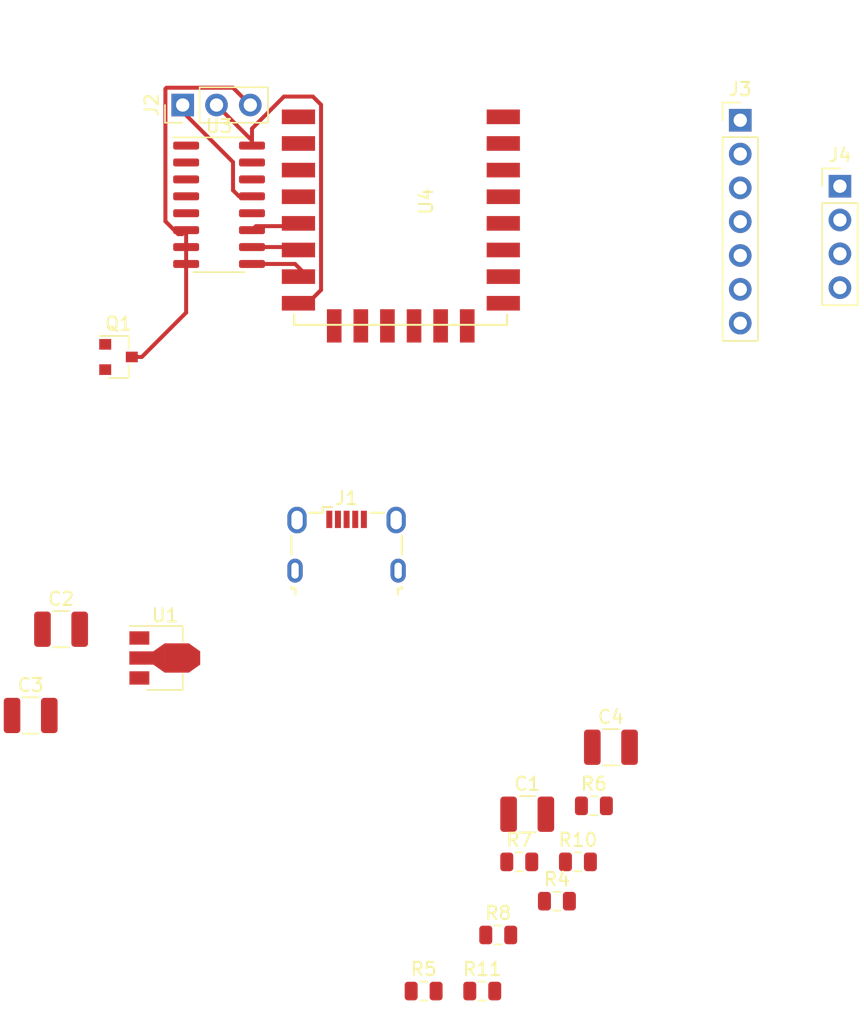
<source format=kicad_pcb>
(kicad_pcb (version 20171130) (host pcbnew 5.1.5-52549c5~84~ubuntu18.04.1)

  (general
    (thickness 1.6)
    (drawings 0)
    (tracks 33)
    (zones 0)
    (modules 19)
    (nets 39)
  )

  (page User 154.991 102.006)
  (layers
    (0 F.Cu signal)
    (31 B.Cu signal)
    (32 B.Adhes user)
    (33 F.Adhes user)
    (34 B.Paste user)
    (35 F.Paste user)
    (36 B.SilkS user)
    (37 F.SilkS user)
    (38 B.Mask user)
    (39 F.Mask user)
    (40 Dwgs.User user)
    (41 Cmts.User user)
    (42 Eco1.User user)
    (43 Eco2.User user)
    (44 Edge.Cuts user)
    (45 Margin user)
    (46 B.CrtYd user)
    (47 F.CrtYd user)
    (48 B.Fab user)
    (49 F.Fab user)
  )

  (setup
    (last_trace_width 0.3)
    (user_trace_width 0.3)
    (user_trace_width 0.5)
    (trace_clearance 0.3)
    (zone_clearance 0.508)
    (zone_45_only no)
    (trace_min 0.2)
    (via_size 1)
    (via_drill 0.8)
    (via_min_size 0.4)
    (via_min_drill 0.3)
    (uvia_size 0.3)
    (uvia_drill 0.1)
    (uvias_allowed no)
    (uvia_min_size 0.2)
    (uvia_min_drill 0.1)
    (edge_width 0.05)
    (segment_width 0.2)
    (pcb_text_width 0.3)
    (pcb_text_size 1.5 1.5)
    (mod_edge_width 0.12)
    (mod_text_size 1 1)
    (mod_text_width 0.15)
    (pad_size 1.7 1.7)
    (pad_drill 1)
    (pad_to_mask_clearance 0.051)
    (solder_mask_min_width 0.25)
    (aux_axis_origin 0 0)
    (visible_elements FFFFFF7F)
    (pcbplotparams
      (layerselection 0x010fc_ffffffff)
      (usegerberextensions false)
      (usegerberattributes false)
      (usegerberadvancedattributes false)
      (creategerberjobfile false)
      (excludeedgelayer true)
      (linewidth 0.100000)
      (plotframeref false)
      (viasonmask false)
      (mode 1)
      (useauxorigin false)
      (hpglpennumber 1)
      (hpglpenspeed 20)
      (hpglpendiameter 15.000000)
      (psnegative false)
      (psa4output false)
      (plotreference true)
      (plotvalue true)
      (plotinvisibletext false)
      (padsonsilk false)
      (subtractmaskfromsilk false)
      (outputformat 1)
      (mirror false)
      (drillshape 1)
      (scaleselection 1)
      (outputdirectory ""))
  )

  (net 0 "")
  (net 1 "Net-(C1-Pad1)")
  (net 2 GND)
  (net 3 "Net-(J1-Pad2)")
  (net 4 "Net-(J1-Pad3)")
  (net 5 "Net-(J1-Pad4)")
  (net 6 VCC)
  (net 7 "Net-(Q1-Pad1)")
  (net 8 GNDS)
  (net 9 /DTR)
  (net 10 /RX)
  (net 11 /TX)
  (net 12 /RTS)
  (net 13 /MOSFET)
  (net 14 "Net-(J2-Pad1)")
  (net 15 "Net-(J3-Pad5)")
  (net 16 "Net-(J4-Pad1)")
  (net 17 "Net-(J4-Pad2)")
  (net 18 "Net-(R6-Pad2)")
  (net 19 "Net-(R10-Pad2)")
  (net 20 "Net-(R8-Pad1)")
  (net 21 "Net-(R10-Pad1)")
  (net 22 "Net-(R11-Pad1)")
  (net 23 "Net-(U3-Pad11)")
  (net 24 "Net-(U3-Pad10)")
  (net 25 "Net-(U3-Pad9)")
  (net 26 "Net-(U4-Pad17)")
  (net 27 "Net-(U4-Pad18)")
  (net 28 "Net-(U4-Pad19)")
  (net 29 "Net-(U4-Pad20)")
  (net 30 "Net-(U4-Pad21)")
  (net 31 "Net-(U4-Pad22)")
  (net 32 "Net-(U3-Pad1)")
  (net 33 "Net-(U3-Pad2)")
  (net 34 "Net-(U3-Pad4)")
  (net 35 "Net-(U3-Pad5)")
  (net 36 "Net-(U3-Pad12)")
  (net 37 "Net-(U3-Pad14)")
  (net 38 "Net-(U3-Pad15)")

  (net_class Default "This is the default net class."
    (clearance 0.3)
    (trace_width 0.3)
    (via_dia 1)
    (via_drill 0.8)
    (uvia_dia 0.3)
    (uvia_drill 0.1)
    (diff_pair_width 0.4)
    (diff_pair_gap 0.5)
    (add_net /DTR)
    (add_net /MOSFET)
    (add_net /RTS)
    (add_net /RX)
    (add_net /TX)
    (add_net GND)
    (add_net GNDS)
    (add_net "Net-(C1-Pad1)")
    (add_net "Net-(J1-Pad2)")
    (add_net "Net-(J1-Pad3)")
    (add_net "Net-(J1-Pad4)")
    (add_net "Net-(J2-Pad1)")
    (add_net "Net-(J3-Pad5)")
    (add_net "Net-(J4-Pad1)")
    (add_net "Net-(J4-Pad2)")
    (add_net "Net-(Q1-Pad1)")
    (add_net "Net-(R10-Pad1)")
    (add_net "Net-(R10-Pad2)")
    (add_net "Net-(R11-Pad1)")
    (add_net "Net-(R6-Pad2)")
    (add_net "Net-(R8-Pad1)")
    (add_net "Net-(U3-Pad1)")
    (add_net "Net-(U3-Pad10)")
    (add_net "Net-(U3-Pad11)")
    (add_net "Net-(U3-Pad12)")
    (add_net "Net-(U3-Pad14)")
    (add_net "Net-(U3-Pad15)")
    (add_net "Net-(U3-Pad2)")
    (add_net "Net-(U3-Pad4)")
    (add_net "Net-(U3-Pad5)")
    (add_net "Net-(U3-Pad9)")
    (add_net "Net-(U4-Pad17)")
    (add_net "Net-(U4-Pad18)")
    (add_net "Net-(U4-Pad19)")
    (add_net "Net-(U4-Pad20)")
    (add_net "Net-(U4-Pad21)")
    (add_net "Net-(U4-Pad22)")
    (add_net VCC)
  )

  (module Capacitor_SMD:C_1210_3225Metric (layer F.Cu) (tedit 5B301BBE) (tstamp 5E56EBCE)
    (at 101.972001 -2.362999)
    (descr "Capacitor SMD 1210 (3225 Metric), square (rectangular) end terminal, IPC_7351 nominal, (Body size source: http://www.tortai-tech.com/upload/download/2011102023233369053.pdf), generated with kicad-footprint-generator")
    (tags capacitor)
    (path /5E339019)
    (attr smd)
    (fp_text reference C1 (at 0 -2.28) (layer F.SilkS)
      (effects (font (size 1 1) (thickness 0.15)))
    )
    (fp_text value 10u (at 0 2.28) (layer F.Fab)
      (effects (font (size 1 1) (thickness 0.15)))
    )
    (fp_text user %R (at 0 0) (layer F.Fab)
      (effects (font (size 0.8 0.8) (thickness 0.12)))
    )
    (fp_line (start 2.28 1.58) (end -2.28 1.58) (layer F.CrtYd) (width 0.05))
    (fp_line (start 2.28 -1.58) (end 2.28 1.58) (layer F.CrtYd) (width 0.05))
    (fp_line (start -2.28 -1.58) (end 2.28 -1.58) (layer F.CrtYd) (width 0.05))
    (fp_line (start -2.28 1.58) (end -2.28 -1.58) (layer F.CrtYd) (width 0.05))
    (fp_line (start -0.602064 1.36) (end 0.602064 1.36) (layer F.SilkS) (width 0.12))
    (fp_line (start -0.602064 -1.36) (end 0.602064 -1.36) (layer F.SilkS) (width 0.12))
    (fp_line (start 1.6 1.25) (end -1.6 1.25) (layer F.Fab) (width 0.1))
    (fp_line (start 1.6 -1.25) (end 1.6 1.25) (layer F.Fab) (width 0.1))
    (fp_line (start -1.6 -1.25) (end 1.6 -1.25) (layer F.Fab) (width 0.1))
    (fp_line (start -1.6 1.25) (end -1.6 -1.25) (layer F.Fab) (width 0.1))
    (pad 2 smd roundrect (at 1.4 0) (size 1.25 2.65) (layers F.Cu F.Paste F.Mask) (roundrect_rratio 0.2)
      (net 2 GND))
    (pad 1 smd roundrect (at -1.4 0) (size 1.25 2.65) (layers F.Cu F.Paste F.Mask) (roundrect_rratio 0.2)
      (net 1 "Net-(C1-Pad1)"))
    (model ${KISYS3DMOD}/Capacitor_SMD.3dshapes/C_1210_3225Metric.wrl
      (at (xyz 0 0 0))
      (scale (xyz 1 1 1))
      (rotate (xyz 0 0 0))
    )
  )

  (module Capacitor_SMD:C_1210_3225Metric (layer F.Cu) (tedit 5B301BBE) (tstamp 5E56EBDF)
    (at 66.929 -16.256)
    (descr "Capacitor SMD 1210 (3225 Metric), square (rectangular) end terminal, IPC_7351 nominal, (Body size source: http://www.tortai-tech.com/upload/download/2011102023233369053.pdf), generated with kicad-footprint-generator")
    (tags capacitor)
    (path /5E339404)
    (attr smd)
    (fp_text reference C2 (at 0 -2.28) (layer F.SilkS)
      (effects (font (size 1 1) (thickness 0.15)))
    )
    (fp_text value 10u (at 0 2.28) (layer F.Fab)
      (effects (font (size 1 1) (thickness 0.15)))
    )
    (fp_line (start -1.6 1.25) (end -1.6 -1.25) (layer F.Fab) (width 0.1))
    (fp_line (start -1.6 -1.25) (end 1.6 -1.25) (layer F.Fab) (width 0.1))
    (fp_line (start 1.6 -1.25) (end 1.6 1.25) (layer F.Fab) (width 0.1))
    (fp_line (start 1.6 1.25) (end -1.6 1.25) (layer F.Fab) (width 0.1))
    (fp_line (start -0.602064 -1.36) (end 0.602064 -1.36) (layer F.SilkS) (width 0.12))
    (fp_line (start -0.602064 1.36) (end 0.602064 1.36) (layer F.SilkS) (width 0.12))
    (fp_line (start -2.28 1.58) (end -2.28 -1.58) (layer F.CrtYd) (width 0.05))
    (fp_line (start -2.28 -1.58) (end 2.28 -1.58) (layer F.CrtYd) (width 0.05))
    (fp_line (start 2.28 -1.58) (end 2.28 1.58) (layer F.CrtYd) (width 0.05))
    (fp_line (start 2.28 1.58) (end -2.28 1.58) (layer F.CrtYd) (width 0.05))
    (fp_text user %R (at 0 0) (layer F.Fab)
      (effects (font (size 0.8 0.8) (thickness 0.12)))
    )
    (pad 1 smd roundrect (at -1.4 0) (size 1.25 2.65) (layers F.Cu F.Paste F.Mask) (roundrect_rratio 0.2)
      (net 6 VCC))
    (pad 2 smd roundrect (at 1.4 0) (size 1.25 2.65) (layers F.Cu F.Paste F.Mask) (roundrect_rratio 0.2)
      (net 2 GND))
    (model ${KISYS3DMOD}/Capacitor_SMD.3dshapes/C_1210_3225Metric.wrl
      (at (xyz 0 0 0))
      (scale (xyz 1 1 1))
      (rotate (xyz 0 0 0))
    )
  )

  (module Capacitor_SMD:C_1210_3225Metric (layer F.Cu) (tedit 5B301BBE) (tstamp 5E56EBF0)
    (at 64.643 -9.779)
    (descr "Capacitor SMD 1210 (3225 Metric), square (rectangular) end terminal, IPC_7351 nominal, (Body size source: http://www.tortai-tech.com/upload/download/2011102023233369053.pdf), generated with kicad-footprint-generator")
    (tags capacitor)
    (path /5E59C872)
    (attr smd)
    (fp_text reference C3 (at 0 -2.28) (layer F.SilkS)
      (effects (font (size 1 1) (thickness 0.15)))
    )
    (fp_text value 100n (at 0 2.28) (layer F.Fab)
      (effects (font (size 1 1) (thickness 0.15)))
    )
    (fp_text user %R (at 0 0) (layer F.Fab)
      (effects (font (size 0.8 0.8) (thickness 0.12)))
    )
    (fp_line (start 2.28 1.58) (end -2.28 1.58) (layer F.CrtYd) (width 0.05))
    (fp_line (start 2.28 -1.58) (end 2.28 1.58) (layer F.CrtYd) (width 0.05))
    (fp_line (start -2.28 -1.58) (end 2.28 -1.58) (layer F.CrtYd) (width 0.05))
    (fp_line (start -2.28 1.58) (end -2.28 -1.58) (layer F.CrtYd) (width 0.05))
    (fp_line (start -0.602064 1.36) (end 0.602064 1.36) (layer F.SilkS) (width 0.12))
    (fp_line (start -0.602064 -1.36) (end 0.602064 -1.36) (layer F.SilkS) (width 0.12))
    (fp_line (start 1.6 1.25) (end -1.6 1.25) (layer F.Fab) (width 0.1))
    (fp_line (start 1.6 -1.25) (end 1.6 1.25) (layer F.Fab) (width 0.1))
    (fp_line (start -1.6 -1.25) (end 1.6 -1.25) (layer F.Fab) (width 0.1))
    (fp_line (start -1.6 1.25) (end -1.6 -1.25) (layer F.Fab) (width 0.1))
    (pad 2 smd roundrect (at 1.4 0) (size 1.25 2.65) (layers F.Cu F.Paste F.Mask) (roundrect_rratio 0.2)
      (net 6 VCC))
    (pad 1 smd roundrect (at -1.4 0) (size 1.25 2.65) (layers F.Cu F.Paste F.Mask) (roundrect_rratio 0.2)
      (net 8 GNDS))
    (model ${KISYS3DMOD}/Capacitor_SMD.3dshapes/C_1210_3225Metric.wrl
      (at (xyz 0 0 0))
      (scale (xyz 1 1 1))
      (rotate (xyz 0 0 0))
    )
  )

  (module Capacitor_SMD:C_1210_3225Metric (layer F.Cu) (tedit 5B301BBE) (tstamp 5E56EC01)
    (at 108.262001 -7.392999)
    (descr "Capacitor SMD 1210 (3225 Metric), square (rectangular) end terminal, IPC_7351 nominal, (Body size source: http://www.tortai-tech.com/upload/download/2011102023233369053.pdf), generated with kicad-footprint-generator")
    (tags capacitor)
    (path /5E5B6B6E)
    (attr smd)
    (fp_text reference C4 (at 0 -2.28) (layer F.SilkS)
      (effects (font (size 1 1) (thickness 0.15)))
    )
    (fp_text value 100n (at 0 2.28) (layer F.Fab)
      (effects (font (size 1 1) (thickness 0.15)))
    )
    (fp_line (start -1.6 1.25) (end -1.6 -1.25) (layer F.Fab) (width 0.1))
    (fp_line (start -1.6 -1.25) (end 1.6 -1.25) (layer F.Fab) (width 0.1))
    (fp_line (start 1.6 -1.25) (end 1.6 1.25) (layer F.Fab) (width 0.1))
    (fp_line (start 1.6 1.25) (end -1.6 1.25) (layer F.Fab) (width 0.1))
    (fp_line (start -0.602064 -1.36) (end 0.602064 -1.36) (layer F.SilkS) (width 0.12))
    (fp_line (start -0.602064 1.36) (end 0.602064 1.36) (layer F.SilkS) (width 0.12))
    (fp_line (start -2.28 1.58) (end -2.28 -1.58) (layer F.CrtYd) (width 0.05))
    (fp_line (start -2.28 -1.58) (end 2.28 -1.58) (layer F.CrtYd) (width 0.05))
    (fp_line (start 2.28 -1.58) (end 2.28 1.58) (layer F.CrtYd) (width 0.05))
    (fp_line (start 2.28 1.58) (end -2.28 1.58) (layer F.CrtYd) (width 0.05))
    (fp_text user %R (at 0 0) (layer F.Fab)
      (effects (font (size 0.8 0.8) (thickness 0.12)))
    )
    (pad 1 smd roundrect (at -1.4 0) (size 1.25 2.65) (layers F.Cu F.Paste F.Mask) (roundrect_rratio 0.2)
      (net 6 VCC))
    (pad 2 smd roundrect (at 1.4 0) (size 1.25 2.65) (layers F.Cu F.Paste F.Mask) (roundrect_rratio 0.2)
      (net 2 GND))
    (model ${KISYS3DMOD}/Capacitor_SMD.3dshapes/C_1210_3225Metric.wrl
      (at (xyz 0 0 0))
      (scale (xyz 1 1 1))
      (rotate (xyz 0 0 0))
    )
  )

  (module Connector_USB:USB_Micro-B_Wuerth_629105150521 (layer F.Cu) (tedit 5A142044) (tstamp 5E56EC30)
    (at 88.392 -22.606)
    (descr "USB Micro-B receptacle, http://www.mouser.com/ds/2/445/629105150521-469306.pdf")
    (tags "usb micro receptacle")
    (path /5E338A9D)
    (attr smd)
    (fp_text reference J1 (at 0 -3.5) (layer F.SilkS)
      (effects (font (size 1 1) (thickness 0.15)))
    )
    (fp_text value USB_B_Mini (at 0 5.6) (layer F.Fab)
      (effects (font (size 1 1) (thickness 0.15)))
    )
    (fp_line (start -4 -2.25) (end -4 3.15) (layer F.Fab) (width 0.15))
    (fp_line (start -4 3.15) (end -3.7 3.15) (layer F.Fab) (width 0.15))
    (fp_line (start -3.7 3.15) (end -3.7 4.35) (layer F.Fab) (width 0.15))
    (fp_line (start -3.7 4.35) (end 3.7 4.35) (layer F.Fab) (width 0.15))
    (fp_line (start 3.7 4.35) (end 3.7 3.15) (layer F.Fab) (width 0.15))
    (fp_line (start 3.7 3.15) (end 4 3.15) (layer F.Fab) (width 0.15))
    (fp_line (start 4 3.15) (end 4 -2.25) (layer F.Fab) (width 0.15))
    (fp_line (start 4 -2.25) (end -4 -2.25) (layer F.Fab) (width 0.15))
    (fp_line (start -2.7 3.75) (end 2.7 3.75) (layer F.Fab) (width 0.15))
    (fp_line (start -1.075 -2.725) (end -1.3 -2.55) (layer F.Fab) (width 0.15))
    (fp_line (start -1.3 -2.55) (end -1.525 -2.725) (layer F.Fab) (width 0.15))
    (fp_line (start -1.525 -2.725) (end -1.525 -2.95) (layer F.Fab) (width 0.15))
    (fp_line (start -1.525 -2.95) (end -1.075 -2.95) (layer F.Fab) (width 0.15))
    (fp_line (start -1.075 -2.95) (end -1.075 -2.725) (layer F.Fab) (width 0.15))
    (fp_line (start -4.15 -0.65) (end -4.15 0.75) (layer F.SilkS) (width 0.15))
    (fp_line (start -4.15 3.15) (end -4.15 3.3) (layer F.SilkS) (width 0.15))
    (fp_line (start -4.15 3.3) (end -3.85 3.3) (layer F.SilkS) (width 0.15))
    (fp_line (start -3.85 3.3) (end -3.85 3.75) (layer F.SilkS) (width 0.15))
    (fp_line (start 3.85 3.75) (end 3.85 3.3) (layer F.SilkS) (width 0.15))
    (fp_line (start 3.85 3.3) (end 4.15 3.3) (layer F.SilkS) (width 0.15))
    (fp_line (start 4.15 3.3) (end 4.15 3.15) (layer F.SilkS) (width 0.15))
    (fp_line (start 4.15 0.75) (end 4.15 -0.65) (layer F.SilkS) (width 0.15))
    (fp_line (start -1.075 -2.825) (end -1.8 -2.825) (layer F.SilkS) (width 0.15))
    (fp_line (start -1.8 -2.825) (end -1.8 -2.4) (layer F.SilkS) (width 0.15))
    (fp_line (start -1.8 -2.4) (end -2.8 -2.4) (layer F.SilkS) (width 0.15))
    (fp_line (start 1.8 -2.4) (end 2.8 -2.4) (layer F.SilkS) (width 0.15))
    (fp_line (start -4.94 -3.34) (end -4.94 4.85) (layer F.CrtYd) (width 0.05))
    (fp_line (start -4.94 4.85) (end 4.95 4.85) (layer F.CrtYd) (width 0.05))
    (fp_line (start 4.95 4.85) (end 4.95 -3.34) (layer F.CrtYd) (width 0.05))
    (fp_line (start 4.95 -3.34) (end -4.94 -3.34) (layer F.CrtYd) (width 0.05))
    (fp_text user %R (at 0 1.05) (layer F.Fab)
      (effects (font (size 1 1) (thickness 0.15)))
    )
    (fp_text user "PCB Edge" (at 0 3.75) (layer Dwgs.User)
      (effects (font (size 0.5 0.5) (thickness 0.08)))
    )
    (pad 1 smd rect (at -1.3 -1.9) (size 0.45 1.3) (layers F.Cu F.Paste F.Mask)
      (net 1 "Net-(C1-Pad1)"))
    (pad 2 smd rect (at -0.65 -1.9) (size 0.45 1.3) (layers F.Cu F.Paste F.Mask)
      (net 3 "Net-(J1-Pad2)"))
    (pad 3 smd rect (at 0 -1.9) (size 0.45 1.3) (layers F.Cu F.Paste F.Mask)
      (net 4 "Net-(J1-Pad3)"))
    (pad 4 smd rect (at 0.65 -1.9) (size 0.45 1.3) (layers F.Cu F.Paste F.Mask)
      (net 5 "Net-(J1-Pad4)"))
    (pad 5 smd rect (at 1.3 -1.9) (size 0.45 1.3) (layers F.Cu F.Paste F.Mask)
      (net 2 GND))
    (pad 6 thru_hole oval (at -3.725 -1.85) (size 1.45 2) (drill oval 0.85 1.4) (layers *.Cu *.Mask)
      (net 2 GND))
    (pad 6 thru_hole oval (at 3.725 -1.85) (size 1.45 2) (drill oval 0.85 1.4) (layers *.Cu *.Mask)
      (net 2 GND))
    (pad 6 thru_hole oval (at -3.875 1.95) (size 1.15 1.8) (drill oval 0.55 1.2) (layers *.Cu *.Mask)
      (net 2 GND))
    (pad 6 thru_hole oval (at 3.875 1.95) (size 1.15 1.8) (drill oval 0.55 1.2) (layers *.Cu *.Mask)
      (net 2 GND))
    (pad "" np_thru_hole oval (at -2.5 -0.8) (size 0.8 0.8) (drill 0.8) (layers *.Cu *.Mask))
    (pad "" np_thru_hole oval (at 2.5 -0.8) (size 0.8 0.8) (drill 0.8) (layers *.Cu *.Mask))
    (model ${KISYS3DMOD}/Connector_USB.3dshapes/USB_Micro-B_Wuerth_629105150521.wrl
      (at (xyz 0 0 0))
      (scale (xyz 1 1 1))
      (rotate (xyz 0 0 0))
    )
  )

  (module Connector_PinHeader_2.54mm:PinHeader_1x03_P2.54mm_Vertical (layer F.Cu) (tedit 59FED5CC) (tstamp 5E56EC47)
    (at 76.073 -55.626 90)
    (descr "Through hole straight pin header, 1x03, 2.54mm pitch, single row")
    (tags "Through hole pin header THT 1x03 2.54mm single row")
    (path /5E647ED4)
    (fp_text reference J2 (at 0 -2.33 90) (layer F.SilkS)
      (effects (font (size 1 1) (thickness 0.15)))
    )
    (fp_text value "Analog Sensor" (at 0 7.41 90) (layer F.Fab)
      (effects (font (size 1 1) (thickness 0.15)))
    )
    (fp_line (start -0.635 -1.27) (end 1.27 -1.27) (layer F.Fab) (width 0.1))
    (fp_line (start 1.27 -1.27) (end 1.27 6.35) (layer F.Fab) (width 0.1))
    (fp_line (start 1.27 6.35) (end -1.27 6.35) (layer F.Fab) (width 0.1))
    (fp_line (start -1.27 6.35) (end -1.27 -0.635) (layer F.Fab) (width 0.1))
    (fp_line (start -1.27 -0.635) (end -0.635 -1.27) (layer F.Fab) (width 0.1))
    (fp_line (start -1.33 6.41) (end 1.33 6.41) (layer F.SilkS) (width 0.12))
    (fp_line (start -1.33 1.27) (end -1.33 6.41) (layer F.SilkS) (width 0.12))
    (fp_line (start 1.33 1.27) (end 1.33 6.41) (layer F.SilkS) (width 0.12))
    (fp_line (start -1.33 1.27) (end 1.33 1.27) (layer F.SilkS) (width 0.12))
    (fp_line (start -1.33 0) (end -1.33 -1.33) (layer F.SilkS) (width 0.12))
    (fp_line (start -1.33 -1.33) (end 0 -1.33) (layer F.SilkS) (width 0.12))
    (fp_line (start -1.8 -1.8) (end -1.8 6.85) (layer F.CrtYd) (width 0.05))
    (fp_line (start -1.8 6.85) (end 1.8 6.85) (layer F.CrtYd) (width 0.05))
    (fp_line (start 1.8 6.85) (end 1.8 -1.8) (layer F.CrtYd) (width 0.05))
    (fp_line (start 1.8 -1.8) (end -1.8 -1.8) (layer F.CrtYd) (width 0.05))
    (fp_text user %R (at 0 2.54) (layer F.Fab)
      (effects (font (size 1 1) (thickness 0.15)))
    )
    (pad 1 thru_hole rect (at 0 0 90) (size 1.7 1.7) (drill 1) (layers *.Cu *.Mask)
      (net 14 "Net-(J2-Pad1)"))
    (pad 2 thru_hole oval (at 0 2.54 90) (size 1.7 1.7) (drill 1) (layers *.Cu *.Mask)
      (net 6 VCC))
    (pad 3 thru_hole oval (at 0 5.08 90) (size 1.7 1.7) (drill 1) (layers *.Cu *.Mask)
      (net 8 GNDS))
    (model ${KISYS3DMOD}/Connector_PinHeader_2.54mm.3dshapes/PinHeader_1x03_P2.54mm_Vertical.wrl
      (at (xyz 0 0 0))
      (scale (xyz 1 1 1))
      (rotate (xyz 0 0 0))
    )
  )

  (module Connector_PinHeader_2.54mm:PinHeader_1x07_P2.54mm_Vertical (layer F.Cu) (tedit 59FED5CC) (tstamp 5E56EC62)
    (at 117.983 -54.483)
    (descr "Through hole straight pin header, 1x07, 2.54mm pitch, single row")
    (tags "Through hole pin header THT 1x07 2.54mm single row")
    (path /5E4419F6)
    (fp_text reference J3 (at 0 -2.33) (layer F.SilkS)
      (effects (font (size 1 1) (thickness 0.15)))
    )
    (fp_text value FTDI (at 0 17.57) (layer F.Fab)
      (effects (font (size 1 1) (thickness 0.15)))
    )
    (fp_line (start -0.635 -1.27) (end 1.27 -1.27) (layer F.Fab) (width 0.1))
    (fp_line (start 1.27 -1.27) (end 1.27 16.51) (layer F.Fab) (width 0.1))
    (fp_line (start 1.27 16.51) (end -1.27 16.51) (layer F.Fab) (width 0.1))
    (fp_line (start -1.27 16.51) (end -1.27 -0.635) (layer F.Fab) (width 0.1))
    (fp_line (start -1.27 -0.635) (end -0.635 -1.27) (layer F.Fab) (width 0.1))
    (fp_line (start -1.33 16.57) (end 1.33 16.57) (layer F.SilkS) (width 0.12))
    (fp_line (start -1.33 1.27) (end -1.33 16.57) (layer F.SilkS) (width 0.12))
    (fp_line (start 1.33 1.27) (end 1.33 16.57) (layer F.SilkS) (width 0.12))
    (fp_line (start -1.33 1.27) (end 1.33 1.27) (layer F.SilkS) (width 0.12))
    (fp_line (start -1.33 0) (end -1.33 -1.33) (layer F.SilkS) (width 0.12))
    (fp_line (start -1.33 -1.33) (end 0 -1.33) (layer F.SilkS) (width 0.12))
    (fp_line (start -1.8 -1.8) (end -1.8 17.05) (layer F.CrtYd) (width 0.05))
    (fp_line (start -1.8 17.05) (end 1.8 17.05) (layer F.CrtYd) (width 0.05))
    (fp_line (start 1.8 17.05) (end 1.8 -1.8) (layer F.CrtYd) (width 0.05))
    (fp_line (start 1.8 -1.8) (end -1.8 -1.8) (layer F.CrtYd) (width 0.05))
    (fp_text user %R (at 0 7.62 90) (layer F.Fab)
      (effects (font (size 1 1) (thickness 0.15)))
    )
    (pad 1 thru_hole rect (at 0 0) (size 1.7 1.7) (drill 1) (layers *.Cu *.Mask)
      (net 9 /DTR))
    (pad 2 thru_hole oval (at 0 2.54) (size 1.7 1.7) (drill 1) (layers *.Cu *.Mask)
      (net 10 /RX))
    (pad 3 thru_hole oval (at 0 5.08) (size 1.7 1.7) (drill 1) (layers *.Cu *.Mask)
      (net 11 /TX))
    (pad 4 thru_hole oval (at 0 7.62) (size 1.7 1.7) (drill 1) (layers *.Cu *.Mask)
      (net 6 VCC))
    (pad 5 thru_hole oval (at 0 10.16) (size 1.7 1.7) (drill 1) (layers *.Cu *.Mask)
      (net 15 "Net-(J3-Pad5)"))
    (pad 6 thru_hole oval (at 0 12.7) (size 1.7 1.7) (drill 1) (layers *.Cu *.Mask)
      (net 2 GND))
    (pad 7 thru_hole oval (at 0 15.24) (size 1.7 1.7) (drill 1) (layers *.Cu *.Mask)
      (net 12 /RTS))
    (model ${KISYS3DMOD}/Connector_PinHeader_2.54mm.3dshapes/PinHeader_1x07_P2.54mm_Vertical.wrl
      (at (xyz 0 0 0))
      (scale (xyz 1 1 1))
      (rotate (xyz 0 0 0))
    )
  )

  (module Connector_PinHeader_2.54mm:PinHeader_1x04_P2.54mm_Vertical (layer F.Cu) (tedit 59FED5CC) (tstamp 5E56EC7A)
    (at 125.476 -49.53)
    (descr "Through hole straight pin header, 1x04, 2.54mm pitch, single row")
    (tags "Through hole pin header THT 1x04 2.54mm single row")
    (path /5E5A8F40)
    (fp_text reference J4 (at 0 -2.33) (layer F.SilkS)
      (effects (font (size 1 1) (thickness 0.15)))
    )
    (fp_text value AUX (at 0 9.95) (layer F.Fab)
      (effects (font (size 1 1) (thickness 0.15)))
    )
    (fp_line (start -0.635 -1.27) (end 1.27 -1.27) (layer F.Fab) (width 0.1))
    (fp_line (start 1.27 -1.27) (end 1.27 8.89) (layer F.Fab) (width 0.1))
    (fp_line (start 1.27 8.89) (end -1.27 8.89) (layer F.Fab) (width 0.1))
    (fp_line (start -1.27 8.89) (end -1.27 -0.635) (layer F.Fab) (width 0.1))
    (fp_line (start -1.27 -0.635) (end -0.635 -1.27) (layer F.Fab) (width 0.1))
    (fp_line (start -1.33 8.95) (end 1.33 8.95) (layer F.SilkS) (width 0.12))
    (fp_line (start -1.33 1.27) (end -1.33 8.95) (layer F.SilkS) (width 0.12))
    (fp_line (start 1.33 1.27) (end 1.33 8.95) (layer F.SilkS) (width 0.12))
    (fp_line (start -1.33 1.27) (end 1.33 1.27) (layer F.SilkS) (width 0.12))
    (fp_line (start -1.33 0) (end -1.33 -1.33) (layer F.SilkS) (width 0.12))
    (fp_line (start -1.33 -1.33) (end 0 -1.33) (layer F.SilkS) (width 0.12))
    (fp_line (start -1.8 -1.8) (end -1.8 9.4) (layer F.CrtYd) (width 0.05))
    (fp_line (start -1.8 9.4) (end 1.8 9.4) (layer F.CrtYd) (width 0.05))
    (fp_line (start 1.8 9.4) (end 1.8 -1.8) (layer F.CrtYd) (width 0.05))
    (fp_line (start 1.8 -1.8) (end -1.8 -1.8) (layer F.CrtYd) (width 0.05))
    (fp_text user %R (at 0 3.81 90) (layer F.Fab)
      (effects (font (size 1 1) (thickness 0.15)))
    )
    (pad 1 thru_hole rect (at 0 0) (size 1.7 1.7) (drill 1) (layers *.Cu *.Mask)
      (net 16 "Net-(J4-Pad1)"))
    (pad 2 thru_hole oval (at 0 2.54) (size 1.7 1.7) (drill 1) (layers *.Cu *.Mask)
      (net 17 "Net-(J4-Pad2)"))
    (pad 3 thru_hole oval (at 0 5.08) (size 1.7 1.7) (drill 1) (layers *.Cu *.Mask)
      (net 2 GND))
    (pad 4 thru_hole oval (at 0 7.62) (size 1.7 1.7) (drill 1) (layers *.Cu *.Mask)
      (net 6 VCC))
    (model ${KISYS3DMOD}/Connector_PinHeader_2.54mm.3dshapes/PinHeader_1x04_P2.54mm_Vertical.wrl
      (at (xyz 0 0 0))
      (scale (xyz 1 1 1))
      (rotate (xyz 0 0 0))
    )
  )

  (module Package_TO_SOT_SMD:SOT-23 (layer F.Cu) (tedit 5A02FF57) (tstamp 5E56EC8F)
    (at 71.247 -36.703)
    (descr "SOT-23, Standard")
    (tags SOT-23)
    (path /5E36B245)
    (attr smd)
    (fp_text reference Q1 (at 0 -2.5) (layer F.SilkS)
      (effects (font (size 1 1) (thickness 0.15)))
    )
    (fp_text value 2N7002 (at 0 2.5) (layer F.Fab)
      (effects (font (size 1 1) (thickness 0.15)))
    )
    (fp_text user %R (at 0 0 90) (layer F.Fab)
      (effects (font (size 0.5 0.5) (thickness 0.075)))
    )
    (fp_line (start -0.7 -0.95) (end -0.7 1.5) (layer F.Fab) (width 0.1))
    (fp_line (start -0.15 -1.52) (end 0.7 -1.52) (layer F.Fab) (width 0.1))
    (fp_line (start -0.7 -0.95) (end -0.15 -1.52) (layer F.Fab) (width 0.1))
    (fp_line (start 0.7 -1.52) (end 0.7 1.52) (layer F.Fab) (width 0.1))
    (fp_line (start -0.7 1.52) (end 0.7 1.52) (layer F.Fab) (width 0.1))
    (fp_line (start 0.76 1.58) (end 0.76 0.65) (layer F.SilkS) (width 0.12))
    (fp_line (start 0.76 -1.58) (end 0.76 -0.65) (layer F.SilkS) (width 0.12))
    (fp_line (start -1.7 -1.75) (end 1.7 -1.75) (layer F.CrtYd) (width 0.05))
    (fp_line (start 1.7 -1.75) (end 1.7 1.75) (layer F.CrtYd) (width 0.05))
    (fp_line (start 1.7 1.75) (end -1.7 1.75) (layer F.CrtYd) (width 0.05))
    (fp_line (start -1.7 1.75) (end -1.7 -1.75) (layer F.CrtYd) (width 0.05))
    (fp_line (start 0.76 -1.58) (end -1.4 -1.58) (layer F.SilkS) (width 0.12))
    (fp_line (start 0.76 1.58) (end -0.7 1.58) (layer F.SilkS) (width 0.12))
    (pad 1 smd rect (at -1 -0.95) (size 0.9 0.8) (layers F.Cu F.Paste F.Mask)
      (net 7 "Net-(Q1-Pad1)"))
    (pad 2 smd rect (at -1 0.95) (size 0.9 0.8) (layers F.Cu F.Paste F.Mask)
      (net 2 GND))
    (pad 3 smd rect (at 1 0) (size 0.9 0.8) (layers F.Cu F.Paste F.Mask)
      (net 8 GNDS))
    (model ${KISYS3DMOD}/Package_TO_SOT_SMD.3dshapes/SOT-23.wrl
      (at (xyz 0 0 0))
      (scale (xyz 1 1 1))
      (rotate (xyz 0 0 0))
    )
  )

  (module Resistor_SMD:R_0805_2012Metric (layer F.Cu) (tedit 5B36C52B) (tstamp 5E56ECA0)
    (at 104.202001 4.167001)
    (descr "Resistor SMD 0805 (2012 Metric), square (rectangular) end terminal, IPC_7351 nominal, (Body size source: https://docs.google.com/spreadsheets/d/1BsfQQcO9C6DZCsRaXUlFlo91Tg2WpOkGARC1WS5S8t0/edit?usp=sharing), generated with kicad-footprint-generator")
    (tags resistor)
    (path /5E36BE2D)
    (attr smd)
    (fp_text reference R4 (at 0 -1.65) (layer F.SilkS)
      (effects (font (size 1 1) (thickness 0.15)))
    )
    (fp_text value 100R (at 0 1.65) (layer F.Fab)
      (effects (font (size 1 1) (thickness 0.15)))
    )
    (fp_line (start -1 0.6) (end -1 -0.6) (layer F.Fab) (width 0.1))
    (fp_line (start -1 -0.6) (end 1 -0.6) (layer F.Fab) (width 0.1))
    (fp_line (start 1 -0.6) (end 1 0.6) (layer F.Fab) (width 0.1))
    (fp_line (start 1 0.6) (end -1 0.6) (layer F.Fab) (width 0.1))
    (fp_line (start -0.258578 -0.71) (end 0.258578 -0.71) (layer F.SilkS) (width 0.12))
    (fp_line (start -0.258578 0.71) (end 0.258578 0.71) (layer F.SilkS) (width 0.12))
    (fp_line (start -1.68 0.95) (end -1.68 -0.95) (layer F.CrtYd) (width 0.05))
    (fp_line (start -1.68 -0.95) (end 1.68 -0.95) (layer F.CrtYd) (width 0.05))
    (fp_line (start 1.68 -0.95) (end 1.68 0.95) (layer F.CrtYd) (width 0.05))
    (fp_line (start 1.68 0.95) (end -1.68 0.95) (layer F.CrtYd) (width 0.05))
    (fp_text user %R (at 0 0) (layer F.Fab)
      (effects (font (size 0.5 0.5) (thickness 0.08)))
    )
    (pad 1 smd roundrect (at -0.9375 0) (size 0.975 1.4) (layers F.Cu F.Paste F.Mask) (roundrect_rratio 0.25)
      (net 7 "Net-(Q1-Pad1)"))
    (pad 2 smd roundrect (at 0.9375 0) (size 0.975 1.4) (layers F.Cu F.Paste F.Mask) (roundrect_rratio 0.25)
      (net 13 /MOSFET))
    (model ${KISYS3DMOD}/Resistor_SMD.3dshapes/R_0805_2012Metric.wrl
      (at (xyz 0 0 0))
      (scale (xyz 1 1 1))
      (rotate (xyz 0 0 0))
    )
  )

  (module Resistor_SMD:R_0805_2012Metric (layer F.Cu) (tedit 5B36C52B) (tstamp 5E56ECB1)
    (at 94.182001 10.917001)
    (descr "Resistor SMD 0805 (2012 Metric), square (rectangular) end terminal, IPC_7351 nominal, (Body size source: https://docs.google.com/spreadsheets/d/1BsfQQcO9C6DZCsRaXUlFlo91Tg2WpOkGARC1WS5S8t0/edit?usp=sharing), generated with kicad-footprint-generator")
    (tags resistor)
    (path /5E36C21B)
    (attr smd)
    (fp_text reference R5 (at 0 -1.65) (layer F.SilkS)
      (effects (font (size 1 1) (thickness 0.15)))
    )
    (fp_text value 100K (at 0 1.65) (layer F.Fab)
      (effects (font (size 1 1) (thickness 0.15)))
    )
    (fp_text user %R (at 0 0) (layer F.Fab)
      (effects (font (size 0.5 0.5) (thickness 0.08)))
    )
    (fp_line (start 1.68 0.95) (end -1.68 0.95) (layer F.CrtYd) (width 0.05))
    (fp_line (start 1.68 -0.95) (end 1.68 0.95) (layer F.CrtYd) (width 0.05))
    (fp_line (start -1.68 -0.95) (end 1.68 -0.95) (layer F.CrtYd) (width 0.05))
    (fp_line (start -1.68 0.95) (end -1.68 -0.95) (layer F.CrtYd) (width 0.05))
    (fp_line (start -0.258578 0.71) (end 0.258578 0.71) (layer F.SilkS) (width 0.12))
    (fp_line (start -0.258578 -0.71) (end 0.258578 -0.71) (layer F.SilkS) (width 0.12))
    (fp_line (start 1 0.6) (end -1 0.6) (layer F.Fab) (width 0.1))
    (fp_line (start 1 -0.6) (end 1 0.6) (layer F.Fab) (width 0.1))
    (fp_line (start -1 -0.6) (end 1 -0.6) (layer F.Fab) (width 0.1))
    (fp_line (start -1 0.6) (end -1 -0.6) (layer F.Fab) (width 0.1))
    (pad 2 smd roundrect (at 0.9375 0) (size 0.975 1.4) (layers F.Cu F.Paste F.Mask) (roundrect_rratio 0.25)
      (net 7 "Net-(Q1-Pad1)"))
    (pad 1 smd roundrect (at -0.9375 0) (size 0.975 1.4) (layers F.Cu F.Paste F.Mask) (roundrect_rratio 0.25)
      (net 2 GND))
    (model ${KISYS3DMOD}/Resistor_SMD.3dshapes/R_0805_2012Metric.wrl
      (at (xyz 0 0 0))
      (scale (xyz 1 1 1))
      (rotate (xyz 0 0 0))
    )
  )

  (module Resistor_SMD:R_0805_2012Metric (layer F.Cu) (tedit 5B36C52B) (tstamp 5E56ECC2)
    (at 106.982001 -2.992999)
    (descr "Resistor SMD 0805 (2012 Metric), square (rectangular) end terminal, IPC_7351 nominal, (Body size source: https://docs.google.com/spreadsheets/d/1BsfQQcO9C6DZCsRaXUlFlo91Tg2WpOkGARC1WS5S8t0/edit?usp=sharing), generated with kicad-footprint-generator")
    (tags resistor)
    (path /5E691DCF)
    (attr smd)
    (fp_text reference R6 (at 0 -1.65) (layer F.SilkS)
      (effects (font (size 1 1) (thickness 0.15)))
    )
    (fp_text value 3k3 (at 0 1.65) (layer F.Fab)
      (effects (font (size 1 1) (thickness 0.15)))
    )
    (fp_line (start -1 0.6) (end -1 -0.6) (layer F.Fab) (width 0.1))
    (fp_line (start -1 -0.6) (end 1 -0.6) (layer F.Fab) (width 0.1))
    (fp_line (start 1 -0.6) (end 1 0.6) (layer F.Fab) (width 0.1))
    (fp_line (start 1 0.6) (end -1 0.6) (layer F.Fab) (width 0.1))
    (fp_line (start -0.258578 -0.71) (end 0.258578 -0.71) (layer F.SilkS) (width 0.12))
    (fp_line (start -0.258578 0.71) (end 0.258578 0.71) (layer F.SilkS) (width 0.12))
    (fp_line (start -1.68 0.95) (end -1.68 -0.95) (layer F.CrtYd) (width 0.05))
    (fp_line (start -1.68 -0.95) (end 1.68 -0.95) (layer F.CrtYd) (width 0.05))
    (fp_line (start 1.68 -0.95) (end 1.68 0.95) (layer F.CrtYd) (width 0.05))
    (fp_line (start 1.68 0.95) (end -1.68 0.95) (layer F.CrtYd) (width 0.05))
    (fp_text user %R (at 0 0) (layer F.Fab)
      (effects (font (size 0.5 0.5) (thickness 0.08)))
    )
    (pad 1 smd roundrect (at -0.9375 0) (size 0.975 1.4) (layers F.Cu F.Paste F.Mask) (roundrect_rratio 0.25)
      (net 6 VCC))
    (pad 2 smd roundrect (at 0.9375 0) (size 0.975 1.4) (layers F.Cu F.Paste F.Mask) (roundrect_rratio 0.25)
      (net 18 "Net-(R6-Pad2)"))
    (model ${KISYS3DMOD}/Resistor_SMD.3dshapes/R_0805_2012Metric.wrl
      (at (xyz 0 0 0))
      (scale (xyz 1 1 1))
      (rotate (xyz 0 0 0))
    )
  )

  (module Resistor_SMD:R_0805_2012Metric (layer F.Cu) (tedit 5B36C52B) (tstamp 5E56ECD3)
    (at 101.372001 1.217001)
    (descr "Resistor SMD 0805 (2012 Metric), square (rectangular) end terminal, IPC_7351 nominal, (Body size source: https://docs.google.com/spreadsheets/d/1BsfQQcO9C6DZCsRaXUlFlo91Tg2WpOkGARC1WS5S8t0/edit?usp=sharing), generated with kicad-footprint-generator")
    (tags resistor)
    (path /5E5FDAE7)
    (attr smd)
    (fp_text reference R7 (at 0 -1.65) (layer F.SilkS)
      (effects (font (size 1 1) (thickness 0.15)))
    )
    (fp_text value 10K (at 0 1.65) (layer F.Fab)
      (effects (font (size 1 1) (thickness 0.15)))
    )
    (fp_line (start -1 0.6) (end -1 -0.6) (layer F.Fab) (width 0.1))
    (fp_line (start -1 -0.6) (end 1 -0.6) (layer F.Fab) (width 0.1))
    (fp_line (start 1 -0.6) (end 1 0.6) (layer F.Fab) (width 0.1))
    (fp_line (start 1 0.6) (end -1 0.6) (layer F.Fab) (width 0.1))
    (fp_line (start -0.258578 -0.71) (end 0.258578 -0.71) (layer F.SilkS) (width 0.12))
    (fp_line (start -0.258578 0.71) (end 0.258578 0.71) (layer F.SilkS) (width 0.12))
    (fp_line (start -1.68 0.95) (end -1.68 -0.95) (layer F.CrtYd) (width 0.05))
    (fp_line (start -1.68 -0.95) (end 1.68 -0.95) (layer F.CrtYd) (width 0.05))
    (fp_line (start 1.68 -0.95) (end 1.68 0.95) (layer F.CrtYd) (width 0.05))
    (fp_line (start 1.68 0.95) (end -1.68 0.95) (layer F.CrtYd) (width 0.05))
    (fp_text user %R (at 0 0) (layer F.Fab)
      (effects (font (size 0.5 0.5) (thickness 0.08)))
    )
    (pad 1 smd roundrect (at -0.9375 0) (size 0.975 1.4) (layers F.Cu F.Paste F.Mask) (roundrect_rratio 0.25)
      (net 2 GND))
    (pad 2 smd roundrect (at 0.9375 0) (size 0.975 1.4) (layers F.Cu F.Paste F.Mask) (roundrect_rratio 0.25)
      (net 19 "Net-(R10-Pad2)"))
    (model ${KISYS3DMOD}/Resistor_SMD.3dshapes/R_0805_2012Metric.wrl
      (at (xyz 0 0 0))
      (scale (xyz 1 1 1))
      (rotate (xyz 0 0 0))
    )
  )

  (module Resistor_SMD:R_0805_2012Metric (layer F.Cu) (tedit 5B36C52B) (tstamp 5E56ECE4)
    (at 99.792001 6.707001)
    (descr "Resistor SMD 0805 (2012 Metric), square (rectangular) end terminal, IPC_7351 nominal, (Body size source: https://docs.google.com/spreadsheets/d/1BsfQQcO9C6DZCsRaXUlFlo91Tg2WpOkGARC1WS5S8t0/edit?usp=sharing), generated with kicad-footprint-generator")
    (tags resistor)
    (path /5E665283)
    (attr smd)
    (fp_text reference R8 (at 0 -1.65) (layer F.SilkS)
      (effects (font (size 1 1) (thickness 0.15)))
    )
    (fp_text value 3K3 (at 0 1.65) (layer F.Fab)
      (effects (font (size 1 1) (thickness 0.15)))
    )
    (fp_line (start -1 0.6) (end -1 -0.6) (layer F.Fab) (width 0.1))
    (fp_line (start -1 -0.6) (end 1 -0.6) (layer F.Fab) (width 0.1))
    (fp_line (start 1 -0.6) (end 1 0.6) (layer F.Fab) (width 0.1))
    (fp_line (start 1 0.6) (end -1 0.6) (layer F.Fab) (width 0.1))
    (fp_line (start -0.258578 -0.71) (end 0.258578 -0.71) (layer F.SilkS) (width 0.12))
    (fp_line (start -0.258578 0.71) (end 0.258578 0.71) (layer F.SilkS) (width 0.12))
    (fp_line (start -1.68 0.95) (end -1.68 -0.95) (layer F.CrtYd) (width 0.05))
    (fp_line (start -1.68 -0.95) (end 1.68 -0.95) (layer F.CrtYd) (width 0.05))
    (fp_line (start 1.68 -0.95) (end 1.68 0.95) (layer F.CrtYd) (width 0.05))
    (fp_line (start 1.68 0.95) (end -1.68 0.95) (layer F.CrtYd) (width 0.05))
    (fp_text user %R (at 0 0) (layer F.Fab)
      (effects (font (size 0.5 0.5) (thickness 0.08)))
    )
    (pad 1 smd roundrect (at -0.9375 0) (size 0.975 1.4) (layers F.Cu F.Paste F.Mask) (roundrect_rratio 0.25)
      (net 20 "Net-(R8-Pad1)"))
    (pad 2 smd roundrect (at 0.9375 0) (size 0.975 1.4) (layers F.Cu F.Paste F.Mask) (roundrect_rratio 0.25)
      (net 12 /RTS))
    (model ${KISYS3DMOD}/Resistor_SMD.3dshapes/R_0805_2012Metric.wrl
      (at (xyz 0 0 0))
      (scale (xyz 1 1 1))
      (rotate (xyz 0 0 0))
    )
  )

  (module Resistor_SMD:R_0805_2012Metric (layer F.Cu) (tedit 5B36C52B) (tstamp 5E56ECF5)
    (at 105.782001 1.217001)
    (descr "Resistor SMD 0805 (2012 Metric), square (rectangular) end terminal, IPC_7351 nominal, (Body size source: https://docs.google.com/spreadsheets/d/1BsfQQcO9C6DZCsRaXUlFlo91Tg2WpOkGARC1WS5S8t0/edit?usp=sharing), generated with kicad-footprint-generator")
    (tags resistor)
    (path /5E5FE085)
    (attr smd)
    (fp_text reference R10 (at 0 -1.65) (layer F.SilkS)
      (effects (font (size 1 1) (thickness 0.15)))
    )
    (fp_text value 22K (at 0 1.65) (layer F.Fab)
      (effects (font (size 1 1) (thickness 0.15)))
    )
    (fp_text user %R (at 0 0) (layer F.Fab)
      (effects (font (size 0.5 0.5) (thickness 0.08)))
    )
    (fp_line (start 1.68 0.95) (end -1.68 0.95) (layer F.CrtYd) (width 0.05))
    (fp_line (start 1.68 -0.95) (end 1.68 0.95) (layer F.CrtYd) (width 0.05))
    (fp_line (start -1.68 -0.95) (end 1.68 -0.95) (layer F.CrtYd) (width 0.05))
    (fp_line (start -1.68 0.95) (end -1.68 -0.95) (layer F.CrtYd) (width 0.05))
    (fp_line (start -0.258578 0.71) (end 0.258578 0.71) (layer F.SilkS) (width 0.12))
    (fp_line (start -0.258578 -0.71) (end 0.258578 -0.71) (layer F.SilkS) (width 0.12))
    (fp_line (start 1 0.6) (end -1 0.6) (layer F.Fab) (width 0.1))
    (fp_line (start 1 -0.6) (end 1 0.6) (layer F.Fab) (width 0.1))
    (fp_line (start -1 -0.6) (end 1 -0.6) (layer F.Fab) (width 0.1))
    (fp_line (start -1 0.6) (end -1 -0.6) (layer F.Fab) (width 0.1))
    (pad 2 smd roundrect (at 0.9375 0) (size 0.975 1.4) (layers F.Cu F.Paste F.Mask) (roundrect_rratio 0.25)
      (net 19 "Net-(R10-Pad2)"))
    (pad 1 smd roundrect (at -0.9375 0) (size 0.975 1.4) (layers F.Cu F.Paste F.Mask) (roundrect_rratio 0.25)
      (net 21 "Net-(R10-Pad1)"))
    (model ${KISYS3DMOD}/Resistor_SMD.3dshapes/R_0805_2012Metric.wrl
      (at (xyz 0 0 0))
      (scale (xyz 1 1 1))
      (rotate (xyz 0 0 0))
    )
  )

  (module Resistor_SMD:R_0805_2012Metric (layer F.Cu) (tedit 5B36C52B) (tstamp 5E56ED06)
    (at 98.592001 10.917001)
    (descr "Resistor SMD 0805 (2012 Metric), square (rectangular) end terminal, IPC_7351 nominal, (Body size source: https://docs.google.com/spreadsheets/d/1BsfQQcO9C6DZCsRaXUlFlo91Tg2WpOkGARC1WS5S8t0/edit?usp=sharing), generated with kicad-footprint-generator")
    (tags resistor)
    (path /5E67962C)
    (attr smd)
    (fp_text reference R11 (at 0 -1.65) (layer F.SilkS)
      (effects (font (size 1 1) (thickness 0.15)))
    )
    (fp_text value 10K (at 0 1.65) (layer F.Fab)
      (effects (font (size 1 1) (thickness 0.15)))
    )
    (fp_text user %R (at 0 0) (layer F.Fab)
      (effects (font (size 0.5 0.5) (thickness 0.08)))
    )
    (fp_line (start 1.68 0.95) (end -1.68 0.95) (layer F.CrtYd) (width 0.05))
    (fp_line (start 1.68 -0.95) (end 1.68 0.95) (layer F.CrtYd) (width 0.05))
    (fp_line (start -1.68 -0.95) (end 1.68 -0.95) (layer F.CrtYd) (width 0.05))
    (fp_line (start -1.68 0.95) (end -1.68 -0.95) (layer F.CrtYd) (width 0.05))
    (fp_line (start -0.258578 0.71) (end 0.258578 0.71) (layer F.SilkS) (width 0.12))
    (fp_line (start -0.258578 -0.71) (end 0.258578 -0.71) (layer F.SilkS) (width 0.12))
    (fp_line (start 1 0.6) (end -1 0.6) (layer F.Fab) (width 0.1))
    (fp_line (start 1 -0.6) (end 1 0.6) (layer F.Fab) (width 0.1))
    (fp_line (start -1 -0.6) (end 1 -0.6) (layer F.Fab) (width 0.1))
    (fp_line (start -1 0.6) (end -1 -0.6) (layer F.Fab) (width 0.1))
    (pad 2 smd roundrect (at 0.9375 0) (size 0.975 1.4) (layers F.Cu F.Paste F.Mask) (roundrect_rratio 0.25)
      (net 2 GND))
    (pad 1 smd roundrect (at -0.9375 0) (size 0.975 1.4) (layers F.Cu F.Paste F.Mask) (roundrect_rratio 0.25)
      (net 22 "Net-(R11-Pad1)"))
    (model ${KISYS3DMOD}/Resistor_SMD.3dshapes/R_0805_2012Metric.wrl
      (at (xyz 0 0 0))
      (scale (xyz 1 1 1))
      (rotate (xyz 0 0 0))
    )
  )

  (module Package_TO_SOT_SMD:SOT-89-3 (layer F.Cu) (tedit 5A02FF57) (tstamp 5E56ED1E)
    (at 74.295 -14.097)
    (descr SOT-89-3)
    (tags SOT-89-3)
    (path /5E338636)
    (attr smd)
    (fp_text reference U1 (at 0.45 -3.2) (layer F.SilkS)
      (effects (font (size 1 1) (thickness 0.15)))
    )
    (fp_text value 7773-A (at 0.45 3.25) (layer F.Fab)
      (effects (font (size 1 1) (thickness 0.15)))
    )
    (fp_text user %R (at 0.38 0 90) (layer F.Fab)
      (effects (font (size 0.6 0.6) (thickness 0.09)))
    )
    (fp_line (start 1.78 1.2) (end 1.78 2.4) (layer F.SilkS) (width 0.12))
    (fp_line (start 1.78 2.4) (end -0.92 2.4) (layer F.SilkS) (width 0.12))
    (fp_line (start -2.22 -2.4) (end 1.78 -2.4) (layer F.SilkS) (width 0.12))
    (fp_line (start 1.78 -2.4) (end 1.78 -1.2) (layer F.SilkS) (width 0.12))
    (fp_line (start -0.92 -1.51) (end -0.13 -2.3) (layer F.Fab) (width 0.1))
    (fp_line (start 1.68 -2.3) (end 1.68 2.3) (layer F.Fab) (width 0.1))
    (fp_line (start 1.68 2.3) (end -0.92 2.3) (layer F.Fab) (width 0.1))
    (fp_line (start -0.92 2.3) (end -0.92 -1.51) (layer F.Fab) (width 0.1))
    (fp_line (start -0.13 -2.3) (end 1.68 -2.3) (layer F.Fab) (width 0.1))
    (fp_line (start 3.23 -2.55) (end 3.23 2.55) (layer F.CrtYd) (width 0.05))
    (fp_line (start 3.23 -2.55) (end -2.48 -2.55) (layer F.CrtYd) (width 0.05))
    (fp_line (start -2.48 2.55) (end 3.23 2.55) (layer F.CrtYd) (width 0.05))
    (fp_line (start -2.48 2.55) (end -2.48 -2.55) (layer F.CrtYd) (width 0.05))
    (pad 2 smd trapezoid (at 2.667 0 270) (size 1.6 0.85) (rect_delta 0 0.6 ) (layers F.Cu F.Paste F.Mask)
      (net 1 "Net-(C1-Pad1)"))
    (pad 1 smd rect (at -1.48 -1.5 270) (size 1 1.5) (layers F.Cu F.Paste F.Mask)
      (net 2 GND))
    (pad 2 smd rect (at -1.3335 0 270) (size 1 1.8) (layers F.Cu F.Paste F.Mask)
      (net 1 "Net-(C1-Pad1)"))
    (pad 3 smd rect (at -1.48 1.5 270) (size 1 1.5) (layers F.Cu F.Paste F.Mask)
      (net 6 VCC))
    (pad 2 smd rect (at 1.3335 0 270) (size 2.2 1.84) (layers F.Cu F.Paste F.Mask)
      (net 1 "Net-(C1-Pad1)"))
    (pad 2 smd trapezoid (at -0.0762 0 90) (size 1.5 1) (rect_delta 0 0.7 ) (layers F.Cu F.Paste F.Mask)
      (net 1 "Net-(C1-Pad1)"))
    (model ${KISYS3DMOD}/Package_TO_SOT_SMD.3dshapes/SOT-89-3.wrl
      (at (xyz 0 0 0))
      (scale (xyz 1 1 1))
      (rotate (xyz 0 0 0))
    )
  )

  (module ESP8266:ESP-12E_SMD (layer F.Cu) (tedit 58FB7FFE) (tstamp 5E56ED4C)
    (at 85.471 -54.737)
    (descr "Module, ESP-8266, ESP-12, 16 pad, SMD")
    (tags "Module ESP-8266 ESP8266")
    (path /5E586D3A)
    (fp_text reference U4 (at 8.89 6.35 90) (layer F.SilkS)
      (effects (font (size 1 1) (thickness 0.15)))
    )
    (fp_text value ESP-12F (at 5.08 6.35 90) (layer F.Fab) hide
      (effects (font (size 1 1) (thickness 0.15)))
    )
    (fp_line (start -2.25 -0.5) (end -2.25 -8.75) (layer F.CrtYd) (width 0.05))
    (fp_line (start -2.25 -8.75) (end 15.25 -8.75) (layer F.CrtYd) (width 0.05))
    (fp_line (start 15.25 -8.75) (end 16.25 -8.75) (layer F.CrtYd) (width 0.05))
    (fp_line (start 16.25 -8.75) (end 16.25 16) (layer F.CrtYd) (width 0.05))
    (fp_line (start 16.25 16) (end -2.25 16) (layer F.CrtYd) (width 0.05))
    (fp_line (start -2.25 16) (end -2.25 -0.5) (layer F.CrtYd) (width 0.05))
    (fp_line (start -1.016 -8.382) (end 14.986 -8.382) (layer F.CrtYd) (width 0.1524))
    (fp_line (start 14.986 -8.382) (end 14.986 -0.889) (layer F.CrtYd) (width 0.1524))
    (fp_line (start -1.016 -8.382) (end -1.016 -1.016) (layer F.CrtYd) (width 0.1524))
    (fp_line (start -1.016 14.859) (end -1.016 15.621) (layer F.SilkS) (width 0.1524))
    (fp_line (start -1.016 15.621) (end 14.986 15.621) (layer F.SilkS) (width 0.1524))
    (fp_line (start 14.986 15.621) (end 14.986 14.859) (layer F.SilkS) (width 0.1524))
    (fp_line (start 14.992 -8.4) (end -1.008 -2.6) (layer F.CrtYd) (width 0.1524))
    (fp_line (start -1.008 -8.4) (end 14.992 -2.6) (layer F.CrtYd) (width 0.1524))
    (fp_text user "No Copper" (at 6.892 -5.4) (layer F.CrtYd)
      (effects (font (size 1 1) (thickness 0.15)))
    )
    (fp_line (start -1.008 -2.6) (end 14.992 -2.6) (layer F.CrtYd) (width 0.1524))
    (fp_line (start 15 -8.4) (end 15 15.6) (layer F.Fab) (width 0.05))
    (fp_line (start 14.992 15.6) (end -1.008 15.6) (layer F.Fab) (width 0.05))
    (fp_line (start -1.008 15.6) (end -1.008 -8.4) (layer F.Fab) (width 0.05))
    (fp_line (start -1.008 -8.4) (end 14.992 -8.4) (layer F.Fab) (width 0.05))
    (pad 1 smd rect (at 0 0) (size 2.5 1.1) (drill (offset -0.7 0)) (layers F.Cu F.Paste F.Mask)
      (net 12 /RTS))
    (pad 2 smd rect (at 0 2) (size 2.5 1.1) (drill (offset -0.7 0)) (layers F.Cu F.Paste F.Mask)
      (net 19 "Net-(R10-Pad2)"))
    (pad 3 smd rect (at 0 4) (size 2.5 1.1) (drill (offset -0.7 0)) (layers F.Cu F.Paste F.Mask)
      (net 18 "Net-(R6-Pad2)"))
    (pad 4 smd rect (at 0 6) (size 2.5 1.1) (drill (offset -0.7 0)) (layers F.Cu F.Paste F.Mask)
      (net 20 "Net-(R8-Pad1)"))
    (pad 5 smd rect (at 0 8) (size 2.5 1.1) (drill (offset -0.7 0)) (layers F.Cu F.Paste F.Mask)
      (net 23 "Net-(U3-Pad11)"))
    (pad 6 smd rect (at 0 10) (size 2.5 1.1) (drill (offset -0.7 0)) (layers F.Cu F.Paste F.Mask)
      (net 24 "Net-(U3-Pad10)"))
    (pad 7 smd rect (at 0 12) (size 2.5 1.1) (drill (offset -0.7 0)) (layers F.Cu F.Paste F.Mask)
      (net 25 "Net-(U3-Pad9)"))
    (pad 8 smd rect (at 0 14) (size 2.5 1.1) (drill (offset -0.7 0)) (layers F.Cu F.Paste F.Mask)
      (net 6 VCC))
    (pad 9 smd rect (at 14 14) (size 2.5 1.1) (drill (offset 0.7 0)) (layers F.Cu F.Paste F.Mask)
      (net 2 GND))
    (pad 10 smd rect (at 14 12) (size 2.5 1.1) (drill (offset 0.7 0)) (layers F.Cu F.Paste F.Mask)
      (net 22 "Net-(R11-Pad1)"))
    (pad 11 smd rect (at 14 10) (size 2.5 1.1) (drill (offset 0.7 0)) (layers F.Cu F.Paste F.Mask)
      (net 17 "Net-(J4-Pad2)"))
    (pad 12 smd rect (at 14 8) (size 2.5 1.1) (drill (offset 0.7 0)) (layers F.Cu F.Paste F.Mask)
      (net 9 /DTR))
    (pad 13 smd rect (at 14 6) (size 2.5 1.1) (drill (offset 0.7 0)) (layers F.Cu F.Paste F.Mask)
      (net 13 /MOSFET))
    (pad 14 smd rect (at 14 4) (size 2.5 1.1) (drill (offset 0.7 0)) (layers F.Cu F.Paste F.Mask)
      (net 16 "Net-(J4-Pad1)"))
    (pad 15 smd rect (at 14 2) (size 2.5 1.1) (drill (offset 0.7 0)) (layers F.Cu F.Paste F.Mask)
      (net 10 /RX))
    (pad 16 smd rect (at 14 0) (size 2.5 1.1) (drill (offset 0.7 0)) (layers F.Cu F.Paste F.Mask)
      (net 11 /TX))
    (pad 17 smd rect (at 1.99 15 90) (size 2.5 1.1) (drill (offset -0.7 0)) (layers F.Cu F.Paste F.Mask)
      (net 26 "Net-(U4-Pad17)"))
    (pad 18 smd rect (at 3.99 15 90) (size 2.5 1.1) (drill (offset -0.7 0)) (layers F.Cu F.Paste F.Mask)
      (net 27 "Net-(U4-Pad18)"))
    (pad 19 smd rect (at 5.99 15 90) (size 2.5 1.1) (drill (offset -0.7 0)) (layers F.Cu F.Paste F.Mask)
      (net 28 "Net-(U4-Pad19)"))
    (pad 20 smd rect (at 7.99 15 90) (size 2.5 1.1) (drill (offset -0.7 0)) (layers F.Cu F.Paste F.Mask)
      (net 29 "Net-(U4-Pad20)"))
    (pad 21 smd rect (at 9.99 15 90) (size 2.5 1.1) (drill (offset -0.7 0)) (layers F.Cu F.Paste F.Mask)
      (net 30 "Net-(U4-Pad21)"))
    (pad 22 smd rect (at 11.99 15 90) (size 2.5 1.1) (drill (offset -0.7 0)) (layers F.Cu F.Paste F.Mask)
      (net 31 "Net-(U4-Pad22)"))
    (model ${ESPLIB}/ESP8266.3dshapes/ESP-12.wrl
      (at (xyz 0 0 0))
      (scale (xyz 0.3937 0.3937 0.3937))
      (rotate (xyz 0 0 0))
    )
  )

  (module Package_SO:SOIC-16_3.9x9.9mm_P1.27mm (layer F.Cu) (tedit 5D9F72B1) (tstamp 5E56F272)
    (at 78.805 -48.133)
    (descr "SOIC, 16 Pin (JEDEC MS-012AC, https://www.analog.com/media/en/package-pcb-resources/package/pkg_pdf/soic_narrow-r/r_16.pdf), generated with kicad-footprint-generator ipc_gullwing_generator.py")
    (tags "SOIC SO")
    (path /5E576B38)
    (attr smd)
    (fp_text reference U3 (at 0 -5.9) (layer F.SilkS)
      (effects (font (size 1 1) (thickness 0.15)))
    )
    (fp_text value 74HC4051 (at 0 5.9) (layer F.Fab)
      (effects (font (size 1 1) (thickness 0.15)))
    )
    (fp_line (start 0 5.06) (end 1.95 5.06) (layer F.SilkS) (width 0.12))
    (fp_line (start 0 5.06) (end -1.95 5.06) (layer F.SilkS) (width 0.12))
    (fp_line (start 0 -5.06) (end 1.95 -5.06) (layer F.SilkS) (width 0.12))
    (fp_line (start 0 -5.06) (end -3.45 -5.06) (layer F.SilkS) (width 0.12))
    (fp_line (start -0.975 -4.95) (end 1.95 -4.95) (layer F.Fab) (width 0.1))
    (fp_line (start 1.95 -4.95) (end 1.95 4.95) (layer F.Fab) (width 0.1))
    (fp_line (start 1.95 4.95) (end -1.95 4.95) (layer F.Fab) (width 0.1))
    (fp_line (start -1.95 4.95) (end -1.95 -3.975) (layer F.Fab) (width 0.1))
    (fp_line (start -1.95 -3.975) (end -0.975 -4.95) (layer F.Fab) (width 0.1))
    (fp_line (start -3.7 -5.2) (end -3.7 5.2) (layer F.CrtYd) (width 0.05))
    (fp_line (start -3.7 5.2) (end 3.7 5.2) (layer F.CrtYd) (width 0.05))
    (fp_line (start 3.7 5.2) (end 3.7 -5.2) (layer F.CrtYd) (width 0.05))
    (fp_line (start 3.7 -5.2) (end -3.7 -5.2) (layer F.CrtYd) (width 0.05))
    (fp_text user %R (at 0 0) (layer F.Fab)
      (effects (font (size 0.98 0.98) (thickness 0.15)))
    )
    (pad 1 smd roundrect (at -2.475 -4.445) (size 1.95 0.6) (layers F.Cu F.Paste F.Mask) (roundrect_rratio 0.25)
      (net 32 "Net-(U3-Pad1)"))
    (pad 2 smd roundrect (at -2.475 -3.175) (size 1.95 0.6) (layers F.Cu F.Paste F.Mask) (roundrect_rratio 0.25)
      (net 33 "Net-(U3-Pad2)"))
    (pad 3 smd roundrect (at -2.475 -1.905) (size 1.95 0.6) (layers F.Cu F.Paste F.Mask) (roundrect_rratio 0.25)
      (net 21 "Net-(R10-Pad1)"))
    (pad 4 smd roundrect (at -2.475 -0.635) (size 1.95 0.6) (layers F.Cu F.Paste F.Mask) (roundrect_rratio 0.25)
      (net 34 "Net-(U3-Pad4)"))
    (pad 5 smd roundrect (at -2.475 0.635) (size 1.95 0.6) (layers F.Cu F.Paste F.Mask) (roundrect_rratio 0.25)
      (net 35 "Net-(U3-Pad5)"))
    (pad 6 smd roundrect (at -2.475 1.905) (size 1.95 0.6) (layers F.Cu F.Paste F.Mask) (roundrect_rratio 0.25)
      (net 8 GNDS))
    (pad 7 smd roundrect (at -2.475 3.175) (size 1.95 0.6) (layers F.Cu F.Paste F.Mask) (roundrect_rratio 0.25)
      (net 8 GNDS))
    (pad 8 smd roundrect (at -2.475 4.445) (size 1.95 0.6) (layers F.Cu F.Paste F.Mask) (roundrect_rratio 0.25)
      (net 8 GNDS))
    (pad 9 smd roundrect (at 2.475 4.445) (size 1.95 0.6) (layers F.Cu F.Paste F.Mask) (roundrect_rratio 0.25)
      (net 25 "Net-(U3-Pad9)"))
    (pad 10 smd roundrect (at 2.475 3.175) (size 1.95 0.6) (layers F.Cu F.Paste F.Mask) (roundrect_rratio 0.25)
      (net 24 "Net-(U3-Pad10)"))
    (pad 11 smd roundrect (at 2.475 1.905) (size 1.95 0.6) (layers F.Cu F.Paste F.Mask) (roundrect_rratio 0.25)
      (net 23 "Net-(U3-Pad11)"))
    (pad 12 smd roundrect (at 2.475 0.635) (size 1.95 0.6) (layers F.Cu F.Paste F.Mask) (roundrect_rratio 0.25)
      (net 36 "Net-(U3-Pad12)"))
    (pad 13 smd roundrect (at 2.475 -0.635) (size 1.95 0.6) (layers F.Cu F.Paste F.Mask) (roundrect_rratio 0.25)
      (net 14 "Net-(J2-Pad1)"))
    (pad 14 smd roundrect (at 2.475 -1.905) (size 1.95 0.6) (layers F.Cu F.Paste F.Mask) (roundrect_rratio 0.25)
      (net 37 "Net-(U3-Pad14)"))
    (pad 15 smd roundrect (at 2.475 -3.175) (size 1.95 0.6) (layers F.Cu F.Paste F.Mask) (roundrect_rratio 0.25)
      (net 38 "Net-(U3-Pad15)"))
    (pad 16 smd roundrect (at 2.475 -4.445) (size 1.95 0.6) (layers F.Cu F.Paste F.Mask) (roundrect_rratio 0.25)
      (net 6 VCC))
    (model ${KISYS3DMOD}/Package_SO.3dshapes/SOIC-16_3.9x9.9mm_P1.27mm.wrl
      (at (xyz 0 0 0))
      (scale (xyz 1 1 1))
      (rotate (xyz 0 0 0))
    )
  )

  (segment (start 81.28 -52.959) (end 81.28 -52.578) (width 0.3) (layer F.Cu) (net 6))
  (segment (start 78.613 -55.626) (end 81.28 -52.959) (width 0.3) (layer F.Cu) (net 6))
  (segment (start 81.28 -52.878) (end 81.28 -52.578) (width 0.3) (layer F.Cu) (net 6))
  (segment (start 83.684998 -56.261) (end 81.28 -53.856002) (width 0.3) (layer F.Cu) (net 6))
  (segment (start 81.28 -53.856002) (end 81.28 -52.878) (width 0.3) (layer F.Cu) (net 6))
  (segment (start 85.857002 -56.261) (end 83.684998 -56.261) (width 0.3) (layer F.Cu) (net 6))
  (segment (start 86.471001 -55.647001) (end 85.857002 -56.261) (width 0.3) (layer F.Cu) (net 6))
  (segment (start 86.471001 -41.737001) (end 86.471001 -55.647001) (width 0.3) (layer F.Cu) (net 6))
  (segment (start 85.471 -40.737) (end 86.471001 -41.737001) (width 0.3) (layer F.Cu) (net 6))
  (segment (start 76.33 -46.228) (end 76.33 -43.688) (width 0.3) (layer F.Cu) (net 8))
  (segment (start 74.772999 -56.836001) (end 74.772999 -46.893001) (width 0.3) (layer F.Cu) (net 8))
  (segment (start 74.862999 -56.926001) (end 74.772999 -56.836001) (width 0.3) (layer F.Cu) (net 8))
  (segment (start 81.153 -55.626) (end 79.852999 -56.926001) (width 0.3) (layer F.Cu) (net 8))
  (segment (start 79.852999 -56.926001) (end 74.862999 -56.926001) (width 0.3) (layer F.Cu) (net 8))
  (segment (start 76.03 -45.928) (end 76.33 -46.228) (width 0.3) (layer F.Cu) (net 8))
  (segment (start 75.738 -45.928) (end 76.03 -45.928) (width 0.3) (layer F.Cu) (net 8))
  (segment (start 74.772999 -46.893001) (end 75.738 -45.928) (width 0.3) (layer F.Cu) (net 8))
  (segment (start 76.33 -43.388) (end 76.33 -43.688) (width 0.3) (layer F.Cu) (net 8))
  (segment (start 76.33 -40.036) (end 76.33 -43.388) (width 0.3) (layer F.Cu) (net 8))
  (segment (start 72.997 -36.703) (end 76.33 -40.036) (width 0.3) (layer F.Cu) (net 8))
  (segment (start 72.247 -36.703) (end 72.997 -36.703) (width 0.3) (layer F.Cu) (net 8))
  (segment (start 79.85499 -49.21801) (end 80.305 -48.768) (width 0.3) (layer F.Cu) (net 14))
  (segment (start 80.305 -48.768) (end 81.28 -48.768) (width 0.3) (layer F.Cu) (net 14))
  (segment (start 79.85499 -51.33601) (end 79.85499 -49.21801) (width 0.3) (layer F.Cu) (net 14))
  (segment (start 76.073 -55.118) (end 79.85499 -51.33601) (width 0.3) (layer F.Cu) (net 14))
  (segment (start 76.073 -55.626) (end 76.073 -55.118) (width 0.3) (layer F.Cu) (net 14))
  (segment (start 85.262 -46.528) (end 85.471 -46.737) (width 0.3) (layer F.Cu) (net 23))
  (segment (start 81.58 -46.528) (end 85.262 -46.528) (width 0.3) (layer F.Cu) (net 23))
  (segment (start 81.28 -46.228) (end 81.58 -46.528) (width 0.3) (layer F.Cu) (net 23))
  (segment (start 85.25 -44.958) (end 85.471 -44.737) (width 0.3) (layer F.Cu) (net 24))
  (segment (start 81.28 -44.958) (end 85.25 -44.958) (width 0.3) (layer F.Cu) (net 24))
  (segment (start 84.52 -43.688) (end 85.471 -42.737) (width 0.3) (layer F.Cu) (net 25))
  (segment (start 81.28 -43.688) (end 84.52 -43.688) (width 0.3) (layer F.Cu) (net 25))

)

</source>
